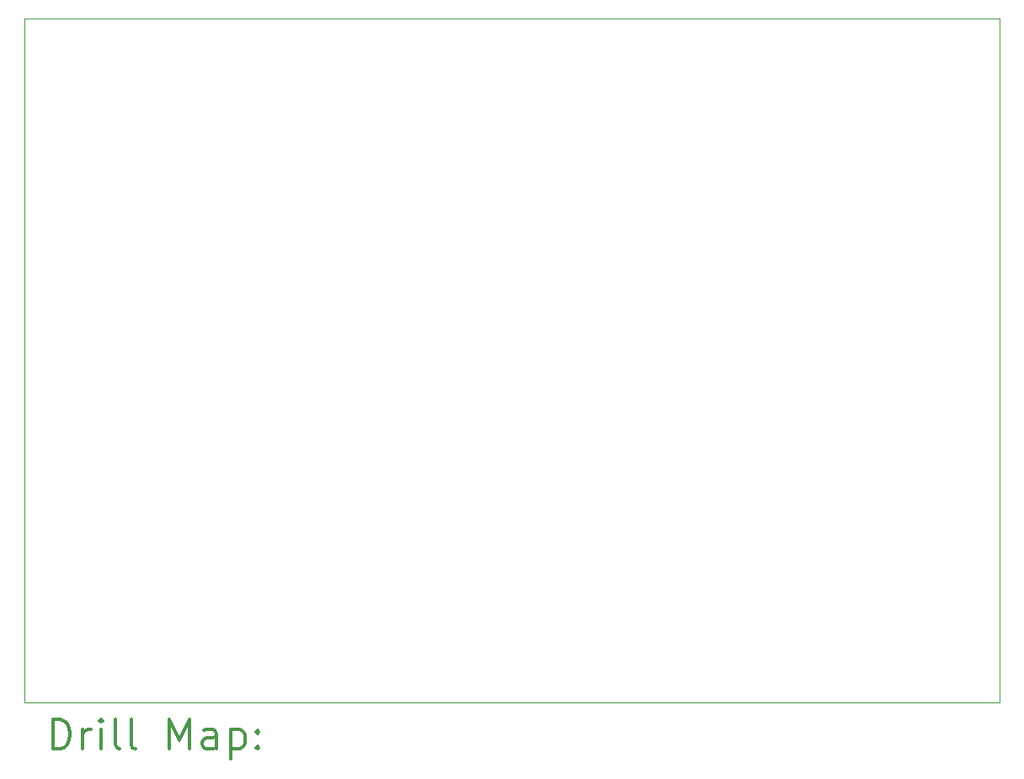
<source format=gbr>
%FSLAX45Y45*%
G04 Gerber Fmt 4.5, Leading zero omitted, Abs format (unit mm)*
G04 Created by KiCad (PCBNEW 5.1.9) date 2021-05-01 23:48:07*
%MOMM*%
%LPD*%
G01*
G04 APERTURE LIST*
%TA.AperFunction,Profile*%
%ADD10C,0.050000*%
%TD*%
%ADD11C,0.200000*%
%ADD12C,0.300000*%
G04 APERTURE END LIST*
D10*
X19646900Y-7327900D02*
X9842500Y-7327900D01*
X9842500Y-14211300D02*
X9944100Y-14211300D01*
X9842500Y-13335000D02*
X9842500Y-14211300D01*
X11391900Y-14211300D02*
X9944100Y-14211300D01*
X16522700Y-14211300D02*
X11391900Y-14211300D01*
X19062700Y-14211300D02*
X16522700Y-14211300D01*
X19646900Y-14211300D02*
X19062700Y-14211300D01*
X19646900Y-13335000D02*
X19646900Y-14211300D01*
X9842500Y-7327900D02*
X9842500Y-13335000D01*
X19646900Y-7327900D02*
X19646900Y-13335000D01*
D11*
D12*
X10126428Y-14679514D02*
X10126428Y-14379514D01*
X10197857Y-14379514D01*
X10240714Y-14393800D01*
X10269286Y-14422371D01*
X10283571Y-14450943D01*
X10297857Y-14508086D01*
X10297857Y-14550943D01*
X10283571Y-14608086D01*
X10269286Y-14636657D01*
X10240714Y-14665229D01*
X10197857Y-14679514D01*
X10126428Y-14679514D01*
X10426428Y-14679514D02*
X10426428Y-14479514D01*
X10426428Y-14536657D02*
X10440714Y-14508086D01*
X10455000Y-14493800D01*
X10483571Y-14479514D01*
X10512143Y-14479514D01*
X10612143Y-14679514D02*
X10612143Y-14479514D01*
X10612143Y-14379514D02*
X10597857Y-14393800D01*
X10612143Y-14408086D01*
X10626428Y-14393800D01*
X10612143Y-14379514D01*
X10612143Y-14408086D01*
X10797857Y-14679514D02*
X10769286Y-14665229D01*
X10755000Y-14636657D01*
X10755000Y-14379514D01*
X10955000Y-14679514D02*
X10926428Y-14665229D01*
X10912143Y-14636657D01*
X10912143Y-14379514D01*
X11297857Y-14679514D02*
X11297857Y-14379514D01*
X11397857Y-14593800D01*
X11497857Y-14379514D01*
X11497857Y-14679514D01*
X11769286Y-14679514D02*
X11769286Y-14522371D01*
X11755000Y-14493800D01*
X11726428Y-14479514D01*
X11669286Y-14479514D01*
X11640714Y-14493800D01*
X11769286Y-14665229D02*
X11740714Y-14679514D01*
X11669286Y-14679514D01*
X11640714Y-14665229D01*
X11626428Y-14636657D01*
X11626428Y-14608086D01*
X11640714Y-14579514D01*
X11669286Y-14565229D01*
X11740714Y-14565229D01*
X11769286Y-14550943D01*
X11912143Y-14479514D02*
X11912143Y-14779514D01*
X11912143Y-14493800D02*
X11940714Y-14479514D01*
X11997857Y-14479514D01*
X12026428Y-14493800D01*
X12040714Y-14508086D01*
X12055000Y-14536657D01*
X12055000Y-14622371D01*
X12040714Y-14650943D01*
X12026428Y-14665229D01*
X11997857Y-14679514D01*
X11940714Y-14679514D01*
X11912143Y-14665229D01*
X12183571Y-14650943D02*
X12197857Y-14665229D01*
X12183571Y-14679514D01*
X12169286Y-14665229D01*
X12183571Y-14650943D01*
X12183571Y-14679514D01*
X12183571Y-14493800D02*
X12197857Y-14508086D01*
X12183571Y-14522371D01*
X12169286Y-14508086D01*
X12183571Y-14493800D01*
X12183571Y-14522371D01*
M02*

</source>
